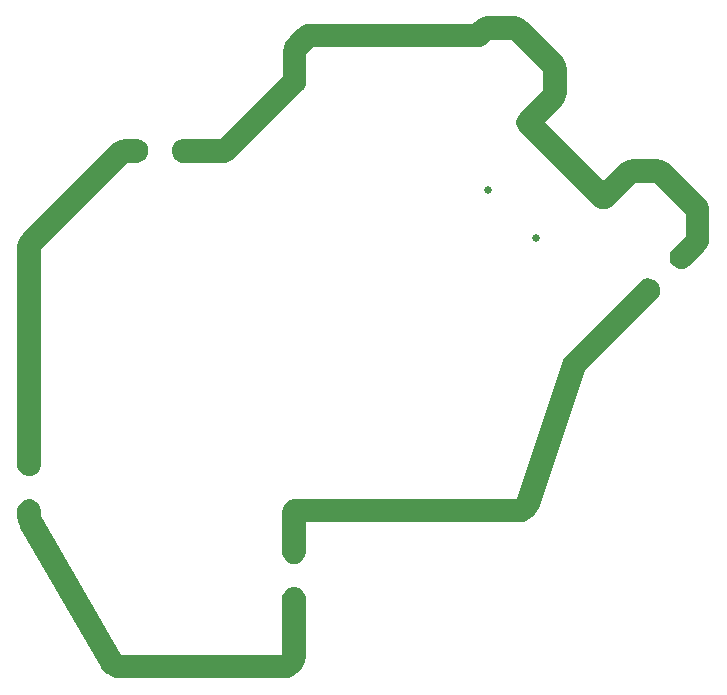
<source format=gbr>
%TF.GenerationSoftware,Altium Limited,Altium Designer,23.11.1 (41)*%
G04 Layer_Color=0*
%FSLAX26Y26*%
%MOIN*%
%TF.SameCoordinates,4DC999CF-56CA-410E-BBFC-AE2E78030286*%
%TF.FilePolarity,Positive*%
%TF.FileFunction,NonPlated,1,4,NPTH,Drill*%
%TF.Part,CustomerPanel*%
G01*
G75*
%TA.AperFunction,ComponentDrill*%
%ADD166C,0.026575*%
G36*
X325484Y423551D02*
X322906Y428019D01*
X318960Y437553D01*
X316291Y447520D01*
X314945Y457750D01*
Y462909D01*
D01*
Y478500D01*
Y483685D01*
X317629Y493702D01*
X322814Y502683D01*
X330147Y510016D01*
X339128Y515201D01*
X349144Y517885D01*
X359515D01*
X369532Y515201D01*
X378513Y510016D01*
X385846Y502683D01*
X391031Y493702D01*
X393715Y483685D01*
Y478500D01*
D01*
Y462913D01*
X660788Y14D01*
X1197821D01*
Y186500D01*
Y191685D01*
X1200505Y201702D01*
X1205690Y210683D01*
X1213023Y218016D01*
X1222004Y223201D01*
X1232021Y225885D01*
X1242391D01*
X1252408Y223201D01*
X1261389Y218016D01*
X1268722Y210683D01*
X1273907Y201702D01*
X1276591Y191685D01*
Y186500D01*
D01*
Y0D01*
Y-7757D01*
X1273564Y-22972D01*
X1267627Y-37305D01*
X1259008Y-50204D01*
X1248039Y-61174D01*
X1235140Y-69793D01*
X1220807Y-75730D01*
X1205591Y-78756D01*
X1197835D01*
D01*
X660779D01*
X655616D01*
X645378Y-77408D01*
X635403Y-74734D01*
X625863Y-70781D01*
X616920Y-65617D01*
X608728Y-59329D01*
X601428Y-52025D01*
X595143Y-43830D01*
X592563Y-39358D01*
D01*
X325484Y423551D01*
D02*
G37*
G36*
X314945Y635500D02*
Y1353062D01*
Y1360818D01*
X317971Y1376034D01*
X323908Y1390367D01*
X332527Y1403266D01*
X338012Y1408751D01*
X338012Y1408751D01*
X625274Y1696013D01*
X630759Y1701498D01*
X643658Y1710117D01*
X657991Y1716053D01*
X673206Y1719080D01*
X680963D01*
X680963Y1719080D01*
X712500D01*
X716379D01*
X723988Y1717567D01*
X731156Y1714598D01*
X737606Y1710287D01*
X743092Y1704802D01*
X747403Y1698351D01*
X750371Y1691183D01*
X751885Y1683574D01*
Y1679695D01*
Y1675816D01*
X750371Y1668207D01*
X747403Y1661039D01*
X743092Y1654589D01*
X737606Y1649103D01*
X731156Y1644792D01*
X723988Y1641823D01*
X716379Y1640310D01*
X712500D01*
D01*
X680969D01*
X393715Y1353056D01*
Y635500D01*
Y630315D01*
X391031Y620298D01*
X385846Y611317D01*
X378513Y603984D01*
X369532Y598799D01*
X359515Y596115D01*
X349144D01*
X339128Y598799D01*
X330147Y603984D01*
X322814Y611317D01*
X317629Y620298D01*
X314945Y630315D01*
Y635500D01*
D01*
D02*
G37*
G36*
X869500Y1640310D02*
X1006655D01*
X1010534D01*
X1018143Y1641823D01*
X1025311Y1644792D01*
X1031762Y1649103D01*
X1034505Y1651845D01*
X1034505Y1651846D01*
X1266575Y1883917D01*
X1269318Y1886659D01*
X1273629Y1893110D01*
X1276597Y1900278D01*
X1278111Y1907887D01*
X1278111Y1911766D01*
X1278111Y1911766D01*
Y2002452D01*
X1301103Y2025444D01*
X1849112D01*
X1852991D01*
X1860600Y2026957D01*
X1867768Y2029926D01*
X1874218Y2034236D01*
X1876961Y2036979D01*
X1876961Y2036979D01*
X1889741Y2049759D01*
X1964532D01*
X2067870Y1946421D01*
Y1881472D01*
X1989415Y1803016D01*
X1986672Y1800273D01*
X1982362Y1793822D01*
X1979393Y1786655D01*
X1977879Y1779046D01*
X1977879Y1771287D01*
X1979393Y1763678D01*
X1982362Y1756511D01*
X1986672Y1750060D01*
X1989415Y1747317D01*
D01*
X2240822Y1495910D01*
X2243565Y1493167D01*
X2250016Y1488857D01*
X2257184Y1485888D01*
X2264793Y1484374D01*
X2272551Y1484374D01*
X2280160Y1485888D01*
X2287328Y1488857D01*
X2293778Y1493167D01*
X2296521Y1495910D01*
X2296521D01*
X2374977Y1574365D01*
X2439926D01*
X2543264Y1471027D01*
Y1396236D01*
X2501022Y1353993D01*
X2497356Y1350327D01*
X2492171Y1341346D01*
X2489486Y1331329D01*
X2489486Y1320959D01*
X2492171Y1310942D01*
X2497356Y1301961D01*
X2504689Y1294628D01*
X2513669Y1289443D01*
X2523686Y1286759D01*
X2534057Y1286759D01*
X2544074Y1289443D01*
X2553055Y1294628D01*
X2556721Y1298294D01*
X2556721D01*
X2598967Y1340541D01*
X2604452Y1346025D01*
X2613071Y1358925D01*
X2619008Y1373257D01*
X2622034Y1388473D01*
Y1396230D01*
X2622034Y1396230D01*
X2622034Y1471033D01*
Y1478789D01*
X2619008Y1494005D01*
X2613071Y1508338D01*
X2604452Y1521237D01*
X2598967Y1526722D01*
X2598967Y1526722D01*
X2495621Y1630068D01*
X2490136Y1635553D01*
X2477237Y1644172D01*
X2462904Y1650109D01*
X2447688Y1653135D01*
X2439932D01*
X2439932Y1653135D01*
X2374971Y1653135D01*
X2367214Y1653135D01*
X2351999Y1650109D01*
X2337666Y1644172D01*
X2324767Y1635553D01*
X2319282Y1630068D01*
Y1630068D01*
X2268672Y1579458D01*
X2072963Y1775167D01*
X2123573Y1825777D01*
X2129058Y1831262D01*
X2137677Y1844161D01*
X2143614Y1858493D01*
X2146640Y1873709D01*
Y1881466D01*
X2146641Y1881466D01*
X2146641Y1946426D01*
Y1954183D01*
X2143614Y1969399D01*
X2137677Y1983731D01*
X2129058Y1996630D01*
X2123573Y2002115D01*
X2123573Y2002115D01*
X2020227Y2105462D01*
X2014742Y2110947D01*
X2001843Y2119566D01*
X1987510Y2125502D01*
X1972295Y2128529D01*
X1964538D01*
X1964538Y2128529D01*
X1889735Y2128529D01*
X1881978Y2128529D01*
X1866763Y2125502D01*
X1852430Y2119566D01*
X1839531Y2110947D01*
X1834046Y2105462D01*
Y2105462D01*
X1832798Y2104214D01*
X1301097Y2104214D01*
X1293340Y2104214D01*
X1278125Y2101187D01*
X1263792Y2095251D01*
X1250893Y2086632D01*
X1245408Y2081147D01*
Y2081147D01*
X1222408Y2058147D01*
X1216923Y2052662D01*
X1208304Y2039763D01*
X1202367Y2025430D01*
X1199341Y2010215D01*
Y2002458D01*
Y2002458D01*
Y1928080D01*
X990341Y1719080D01*
X869500D01*
X864315D01*
X854298Y1716396D01*
X845317Y1711211D01*
X837984Y1703878D01*
X832799Y1694897D01*
X830115Y1684880D01*
Y1674510D01*
X832799Y1664493D01*
X837984Y1655512D01*
X845317Y1648179D01*
X854298Y1642994D01*
X864315Y1640310D01*
X869500D01*
D01*
D02*
G37*
G36*
X1197821Y343500D02*
Y471457D01*
Y476271D01*
X1199692Y485715D01*
X1203364Y494616D01*
X1208696Y502633D01*
X1215485Y509461D01*
X1223471Y514839D01*
X1232350Y518561D01*
X1241784Y520487D01*
X1246598Y520515D01*
X1246598Y520515D01*
X1246880Y520516D01*
X1980995D01*
X1981003Y520540D01*
X2134779Y981870D01*
X2135502Y984038D01*
X2137439Y988178D01*
X2139842Y992066D01*
X2142678Y995649D01*
X2144294Y997265D01*
X2144294Y997265D01*
X2390006Y1242978D01*
X2394137Y1247109D01*
X2404442Y1252617D01*
X2415902Y1254896D01*
X2427530Y1253751D01*
X2438325Y1249280D01*
X2447358Y1241867D01*
X2453849Y1232152D01*
X2457241Y1220970D01*
X2457241Y1215128D01*
X2457241Y1211249D01*
X2455727Y1203640D01*
X2452758Y1196472D01*
X2448448Y1190022D01*
X2445705Y1187279D01*
X2445705D01*
X2206567Y948141D01*
X2055731Y495630D01*
X2053784Y489783D01*
X2048120Y478836D01*
X2040822Y468903D01*
X2032067Y460226D01*
X2022070Y453017D01*
X2011072Y447451D01*
X1999343Y443663D01*
X1987168Y441746D01*
X1981005Y441746D01*
X1981005D01*
X1276591D01*
Y343500D01*
Y338315D01*
X1273907Y328298D01*
X1268722Y319317D01*
X1261389Y311984D01*
X1252408Y306799D01*
X1242391Y304115D01*
X1232020D01*
X1222004Y306799D01*
X1213023Y311984D01*
X1205690Y319317D01*
X1200505Y328298D01*
X1197821Y338315D01*
Y343500D01*
D01*
D02*
G37*
D166*
X1882868Y1550266D02*
D03*
X2043772Y1389363D02*
D03*
%TF.MD5,000dccc479399904d7248badc6a8d771*%
M02*

</source>
